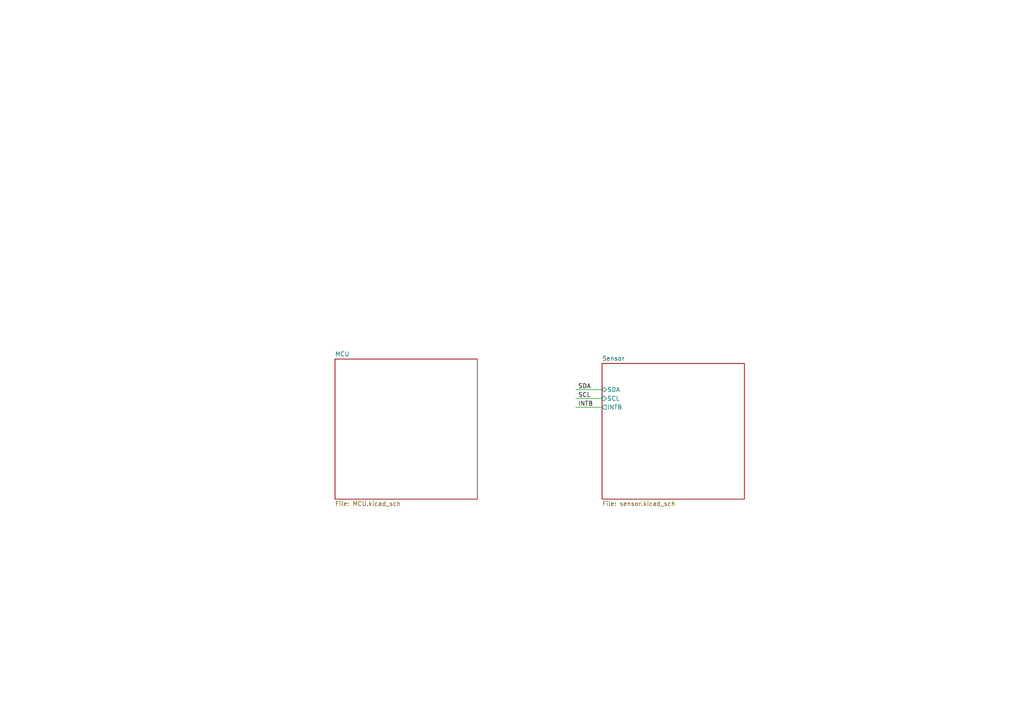
<source format=kicad_sch>
(kicad_sch
	(version 20250114)
	(generator "eeschema")
	(generator_version "9.0")
	(uuid "b00f58d9-17b8-4612-81ad-8f45c5b50f62")
	(paper "A4")
	(title_block
		(title "LowPowerTinyBluetoothPulseOxymeter")
		(date "2025-08-20")
		(rev "1")
		(company "Giovanni Santangelo")
	)
	(lib_symbols)
	(wire
		(pts
			(xy 167.005 118.11) (xy 174.625 118.11)
		)
		(stroke
			(width 0)
			(type default)
		)
		(uuid "40c655c7-e360-430c-9a8c-18558e9489ad")
	)
	(wire
		(pts
			(xy 167.005 115.57) (xy 174.625 115.57)
		)
		(stroke
			(width 0)
			(type default)
		)
		(uuid "9712dda0-d059-4268-82b4-cd943b51c946")
	)
	(wire
		(pts
			(xy 167.005 113.03) (xy 174.625 113.03)
		)
		(stroke
			(width 0)
			(type default)
		)
		(uuid "acc11ec8-198c-41e0-a6d6-ae899b79d90d")
	)
	(label "SCL"
		(at 167.64 115.57 0)
		(effects
			(font
				(size 1.27 1.27)
			)
			(justify left bottom)
		)
		(uuid "284f39d5-b878-4f8a-acba-bf03f2faaaae")
	)
	(label "INTB"
		(at 167.64 118.11 0)
		(effects
			(font
				(size 1.27 1.27)
			)
			(justify left bottom)
		)
		(uuid "99edcc49-d2f6-4524-8402-453a6aa52ded")
	)
	(label "SDA"
		(at 167.64 113.03 0)
		(effects
			(font
				(size 1.27 1.27)
			)
			(justify left bottom)
		)
		(uuid "f16d539e-0331-410a-808d-a85aee8dc88a")
	)
	(sheet
		(at 174.625 105.41)
		(size 41.275 39.37)
		(exclude_from_sim no)
		(in_bom yes)
		(on_board yes)
		(dnp no)
		(fields_autoplaced yes)
		(stroke
			(width 0.1524)
			(type solid)
		)
		(fill
			(color 0 0 0 0.0000)
		)
		(uuid "896ded2f-b8a8-473c-ab14-4db8b592f664")
		(property "Sheetname" "Sensor"
			(at 174.625 104.6984 0)
			(effects
				(font
					(size 1.27 1.27)
				)
				(justify left bottom)
			)
		)
		(property "Sheetfile" "sensor.kicad_sch"
			(at 174.625 145.3646 0)
			(effects
				(font
					(size 1.27 1.27)
				)
				(justify left top)
			)
		)
		(pin "SDA" bidirectional
			(at 174.625 113.03 180)
			(uuid "1d9fd847-87bf-4d0a-9f49-fce0d8a1627a")
			(effects
				(font
					(size 1.27 1.27)
				)
				(justify left)
			)
		)
		(pin "SCL" input
			(at 174.625 115.57 180)
			(uuid "8c54c939-1377-4eff-b06f-ee6c5f078bc0")
			(effects
				(font
					(size 1.27 1.27)
				)
				(justify left)
			)
		)
		(pin "INTB" output
			(at 174.625 118.11 180)
			(uuid "bb808661-dd12-4ed3-8593-98d267bd6385")
			(effects
				(font
					(size 1.27 1.27)
				)
				(justify left)
			)
		)
		(instances
			(project "LoTiBloxy"
				(path "/b00f58d9-17b8-4612-81ad-8f45c5b50f62"
					(page "2")
				)
			)
		)
	)
	(sheet
		(at 97.155 104.14)
		(size 41.275 40.64)
		(exclude_from_sim no)
		(in_bom yes)
		(on_board yes)
		(dnp no)
		(fields_autoplaced yes)
		(stroke
			(width 0.1524)
			(type solid)
		)
		(fill
			(color 0 0 0 0.0000)
		)
		(uuid "f908092c-6372-468f-b828-5098d503a27b")
		(property "Sheetname" "MCU"
			(at 97.155 103.4284 0)
			(effects
				(font
					(size 1.27 1.27)
				)
				(justify left bottom)
			)
		)
		(property "Sheetfile" "MCU.kicad_sch"
			(at 97.155 145.3646 0)
			(effects
				(font
					(size 1.27 1.27)
				)
				(justify left top)
			)
		)
		(instances
			(project "LoTiBloxy"
				(path "/b00f58d9-17b8-4612-81ad-8f45c5b50f62"
					(page "3")
				)
			)
		)
	)
	(sheet_instances
		(path "/"
			(page "1")
		)
	)
	(embedded_fonts no)
)

</source>
